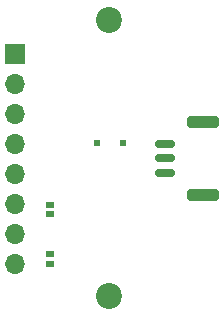
<source format=gbr>
%TF.GenerationSoftware,KiCad,Pcbnew,6.0.10-86aedd382b~118~ubuntu22.04.1*%
%TF.CreationDate,2023-02-07T19:31:44+01:00*%
%TF.ProjectId,connectorBoard,636f6e6e-6563-4746-9f72-426f6172642e,rev?*%
%TF.SameCoordinates,Original*%
%TF.FileFunction,Soldermask,Top*%
%TF.FilePolarity,Negative*%
%FSLAX46Y46*%
G04 Gerber Fmt 4.6, Leading zero omitted, Abs format (unit mm)*
G04 Created by KiCad (PCBNEW 6.0.10-86aedd382b~118~ubuntu22.04.1) date 2023-02-07 19:31:44*
%MOMM*%
%LPD*%
G01*
G04 APERTURE LIST*
G04 Aperture macros list*
%AMRoundRect*
0 Rectangle with rounded corners*
0 $1 Rounding radius*
0 $2 $3 $4 $5 $6 $7 $8 $9 X,Y pos of 4 corners*
0 Add a 4 corners polygon primitive as box body*
4,1,4,$2,$3,$4,$5,$6,$7,$8,$9,$2,$3,0*
0 Add four circle primitives for the rounded corners*
1,1,$1+$1,$2,$3*
1,1,$1+$1,$4,$5*
1,1,$1+$1,$6,$7*
1,1,$1+$1,$8,$9*
0 Add four rect primitives between the rounded corners*
20,1,$1+$1,$2,$3,$4,$5,0*
20,1,$1+$1,$4,$5,$6,$7,0*
20,1,$1+$1,$6,$7,$8,$9,0*
20,1,$1+$1,$8,$9,$2,$3,0*%
G04 Aperture macros list end*
%ADD10RoundRect,0.150000X0.700000X-0.150000X0.700000X0.150000X-0.700000X0.150000X-0.700000X-0.150000X0*%
%ADD11RoundRect,0.250000X1.100000X-0.250000X1.100000X0.250000X-1.100000X0.250000X-1.100000X-0.250000X0*%
%ADD12R,0.500000X0.500000*%
%ADD13C,2.200000*%
%ADD14R,0.700000X0.500000*%
%ADD15R,1.700000X1.700000*%
%ADD16O,1.700000X1.700000*%
G04 APERTURE END LIST*
D10*
%TO.C,J2*%
X196143000Y-96246000D03*
X196143000Y-94996000D03*
X196143000Y-93746000D03*
D11*
X199343000Y-98096000D03*
X199343000Y-91896000D03*
%TD*%
D12*
%TO.C,D1*%
X192616000Y-93726000D03*
X190416000Y-93726000D03*
%TD*%
D13*
%TO.C,H2*%
X191389000Y-83312000D03*
%TD*%
D14*
%TO.C,D3*%
X186436000Y-98895000D03*
X186436000Y-99695000D03*
%TD*%
%TO.C,D2*%
X186436000Y-103105000D03*
X186436000Y-103905000D03*
%TD*%
D13*
%TO.C,H1*%
X191389000Y-106680000D03*
%TD*%
D15*
%TO.C,J1*%
X183490000Y-86121000D03*
D16*
X183490000Y-88661000D03*
X183490000Y-91201000D03*
X183490000Y-93741000D03*
X183490000Y-96281000D03*
X183490000Y-98821000D03*
X183490000Y-101361000D03*
X183490000Y-103901000D03*
%TD*%
M02*

</source>
